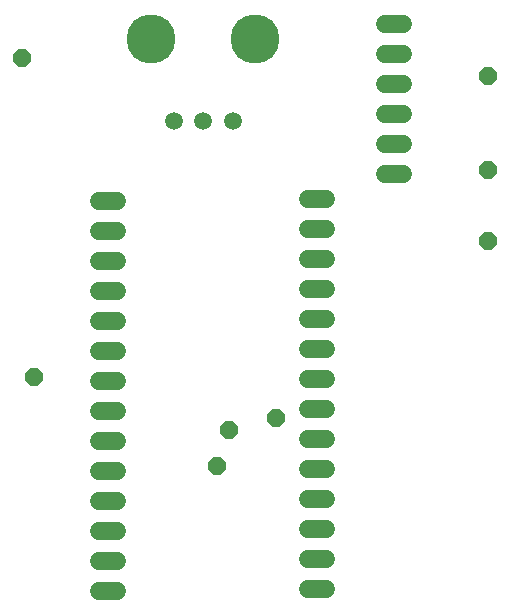
<source format=gbr>
G04 EAGLE Gerber RS-274X export*
G75*
%MOMM*%
%FSLAX34Y34*%
%LPD*%
%INBottom Copper*%
%IPPOS*%
%AMOC8*
5,1,8,0,0,1.08239X$1,22.5*%
G01*
%ADD10C,1.524000*%
%ADD11C,1.508000*%
%ADD12C,4.155000*%
%ADD13P,1.649562X8X22.500000*%


D10*
X80180Y383700D02*
X95420Y383700D01*
X95420Y358300D02*
X80180Y358300D01*
X80180Y332900D02*
X95420Y332900D01*
X95420Y307500D02*
X80180Y307500D01*
X80180Y282100D02*
X95420Y282100D01*
X95420Y256700D02*
X80180Y256700D01*
X80180Y231300D02*
X95420Y231300D01*
X95420Y205900D02*
X80180Y205900D01*
X80180Y180500D02*
X95420Y180500D01*
X95420Y155100D02*
X80180Y155100D01*
X80180Y129700D02*
X95420Y129700D01*
X95420Y104300D02*
X80180Y104300D01*
X80180Y78900D02*
X95420Y78900D01*
X95420Y53500D02*
X80180Y53500D01*
X257280Y55400D02*
X272520Y55400D01*
X272520Y80800D02*
X257280Y80800D01*
X257280Y106200D02*
X272520Y106200D01*
X272520Y131600D02*
X257280Y131600D01*
X257280Y157000D02*
X272520Y157000D01*
X272520Y182400D02*
X257280Y182400D01*
X257280Y207800D02*
X272520Y207800D01*
X272520Y233200D02*
X257280Y233200D01*
X257280Y258600D02*
X272520Y258600D01*
X272520Y284000D02*
X257280Y284000D01*
X257280Y309400D02*
X272520Y309400D01*
X272520Y334800D02*
X257280Y334800D01*
X257280Y360200D02*
X272520Y360200D01*
X272520Y385600D02*
X257280Y385600D01*
D11*
X143700Y451400D03*
X168700Y451400D03*
X193700Y451400D03*
D12*
X124700Y521400D03*
X212700Y521400D03*
D10*
X322380Y533500D02*
X337620Y533500D01*
X337620Y508100D02*
X322380Y508100D01*
X322380Y482700D02*
X337620Y482700D01*
X337620Y457300D02*
X322380Y457300D01*
X322380Y431900D02*
X337620Y431900D01*
X337620Y406500D02*
X322380Y406500D01*
D13*
X180000Y160000D03*
X190000Y190000D03*
X230000Y200000D03*
X410000Y350000D03*
X410000Y410000D03*
X410000Y490000D03*
X25000Y235000D03*
X15000Y505000D03*
M02*

</source>
